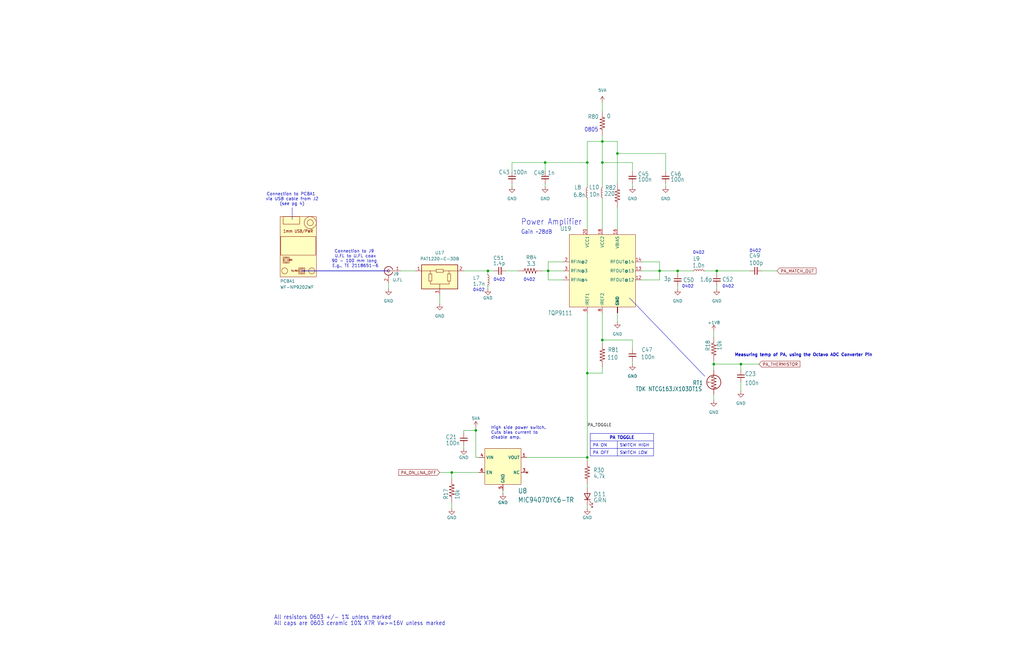
<source format=kicad_sch>
(kicad_sch (version 20250114) (generator "eeschema") (generator_version "9.0")
  (paper "B")
  (title_block (title "Oresat Live Card") (date "2025-09-15") (rev "2.1"))
  (lib_symbols
    (symbol "Connector:Conn_Coaxial" (pin_names (offset 1.016) (hide yes))
      (property "Reference" "J" (at 0.254 3.048 0))
      (property "Value" "Conn_Coaxial" (at 2.921 0 90))
      (symbol "Conn_Coaxial_0_1"
        (polyline (pts (xy -2.54 0) (xy -0.508 0)))
        (arc (start 1.778 0) (mid 0.222 -1.8079) (end -1.778 -0.508) (stroke (width 0.254)))
        (arc (start -1.778 0.508) (mid 0.2221 1.8084) (end 1.778 0) (stroke (width 0.254)))
        (circle (center 0 0) (radius 0.508) (stroke (width 0.2032)))
        (polyline (pts (xy 0 -2.54) (xy 0 -1.778)))
      )
      (symbol "Conn_Coaxial_1_1"
        (pin passive line (at -5.08 0 0) (length 2.54) (name "In") (number "1"))
        (pin passive line (at 0 -5.08 90) (length 2.54) (name "Ext") (number "2"))
      )
    )
    (symbol "Device:C_Small" (pin_numbers (hide yes)) (pin_names (offset 0.254) (hide yes))
      (property "Reference" "C" (at 0.254 1.778 0))
      (property "Value" "C_Small" (at 0.254 -2.032 0))
      (symbol "C_Small_0_1"
        (polyline (pts (xy -1.524 0.508) (xy 1.524 0.508)) (stroke (width 0.3048)))
        (polyline (pts (xy -1.524 -0.508) (xy 1.524 -0.508)) (stroke (width 0.3302)))
      )
      (symbol "C_Small_1_1"
        (pin passive line (at 0 2.54 270) (length 2.032) (name "~") (number "1"))
        (pin passive line (at 0 -2.54 90) (length 2.032) (name "~") (number "2"))
      )
    )
    (symbol "Device:LED" (pin_numbers (hide yes)) (pin_names (offset 1.016) (hide yes))
      (property "Reference" "D" (at 0 2.54 0))
      (property "Value" "LED" (at 0 -2.54 0))
      (symbol "LED_0_1"
        (polyline (pts (xy -3.048 -0.762) (xy -4.572 -2.286) (xy -3.81 -2.286) (xy -4.572 -2.286) (xy -4.572 -1.524)))
        (polyline (pts (xy -1.778 -0.762) (xy -3.302 -2.286) (xy -2.54 -2.286) (xy -3.302 -2.286) (xy -3.302 -1.524)))
        (polyline (pts (xy -1.27 0) (xy 1.27 0)))
        (polyline (pts (xy -1.27 -1.27) (xy -1.27 1.27)) (stroke (width 0.254)))
        (polyline (pts (xy 1.27 -1.27) (xy 1.27 1.27) (xy -1.27 0) (xy 1.27 -1.27)) (stroke (width 0.254)))
      )
      (symbol "LED_1_1"
        (pin passive line (at -3.81 0 0) (length 2.54) (name "K") (number "1"))
        (pin passive line (at 3.81 0 180) (length 2.54) (name "A") (number "2"))
      )
    )
    (symbol "Device:L_Small" (pin_numbers (hide yes)) (pin_names (offset 0.254) (hide yes))
      (property "Reference" "L" (at 0.762 1.016 0))
      (property "Value" "L_Small" (at 0.762 -1.016 0))
      (symbol "L_Small_0_1"
        (arc (start 0 2.032) (mid 0.5058 1.524) (end 0 1.016))
        (arc (start 0 1.016) (mid 0.5058 0.508) (end 0 0))
        (arc (start 0 0) (mid 0.5058 -0.508) (end 0 -1.016))
        (arc (start 0 -1.016) (mid 0.5058 -1.524) (end 0 -2.032))
      )
      (symbol "L_Small_1_1"
        (pin passive line (at 0 2.54 270) (length 0.508) (name "~") (number "1"))
        (pin passive line (at 0 -2.54 90) (length 0.508) (name "~") (number "2"))
      )
    )
    (symbol "RF:PAT1220-C-3DB"
      (property "Reference" "U" (at -6.35 6.35 0))
      (property "Value" "PAT1220-C-3DB" (at 5.08 6.35 0))
      (symbol "PAT1220-C-3DB_0_1"
        (rectangle (start -7.62 5.08) (end 7.62 -5.08) (stroke (width 0.254)) (fill (type background)))
        (polyline (pts (xy -3.937 1.27) (xy -3.937 2.54)))
        (polyline (pts (xy -3.937 -3.048) (xy 3.937 -3.048)))
        (polyline (pts (xy -1.524 2.54) (xy -7.62 2.54)))
        (polyline (pts (xy 0 -5.08) (xy 0 -3.048)))
        (polyline (pts (xy 3.937 1.27) (xy 3.937 2.54)))
        (pin passive line (at 0 -7.62 90) (length 2.54) (name "~") (number "3"))
      )
      (symbol "PAT1220-C-3DB_1_1"
        (rectangle (start -4.572 -1.778) (end -3.302 1.27))
        (polyline (pts (xy -3.937 -3.048) (xy -3.937 -1.778)))
        (rectangle (start -1.524 3.175) (end 1.524 1.905))
        (rectangle (start 3.302 -1.778) (end 4.572 1.27))
        (polyline (pts (xy 3.937 -3.048) (xy 3.937 -1.778)))
        (polyline (pts (xy 7.62 2.54) (xy 1.524 2.54)))
        (pin passive line (at -10.16 2.54 0) (length 2.54) (name "~") (number "1"))
        (pin passive line (at 10.16 2.54 180) (length 2.54) (name "~") (number "2"))
      )
    )
    (symbol "oresat-ics:MIC94090YC6-TR"
      (property "Reference" "U8" (at 7.62 -12.7 0))
      (property "Value" "MIC94090YC6-TR" (at 27.94 -16.51 0))
      (symbol "MIC94090YC6-TR_1_0"
        (pin power_in line (at -10.16 3.81 0) (length 2.54) (name "VIN") (number "4"))
        (pin input line (at -10.16 -2.54 0) (length 2.54) (name "EN") (number "6"))
        (pin power_in line (at 0 -10.16 90) (length 2.54) (hide yes) (name "GND") (number "2"))
        (pin power_in line (at 0 -10.16 90) (length 2.54) (name "GND") (number "5"))
        (pin output line (at 10.16 3.81 180) (length 2.54) (name "VOUT") (number "1"))
      )
      (symbol "MIC94090YC6-TR_1_1"
        (rectangle (start -7.62 7.62) (end 7.62 -7.62) (fill (type background)))
        (pin no_connect line (at 10.16 -2.54 180) (length 2.54) (name "NC") (number "3"))
      )
    )
    (symbol "oresat-ics:TQP9111"
      (property "Reference" "U19" (at -17.78 17.78 0))
      (property "Value" "TQP9111" (at -22.86 -17.78 0))
      (symbol "TQP9111_1_0"
        (pin input line (at -16.51 3.81 0) (length 2.54) (name "RFIN@2") (number "2"))
        (pin input line (at -16.51 0 0) (length 2.54) (name "RFIN@3") (number "3"))
        (pin input line (at -16.51 -3.81 0) (length 2.54) (name "RFIN@4") (number "4"))
        (pin power_in line (at -6.35 17.78 270) (length 2.54) (name "VCC1") (number "20"))
        (pin passive line (at -6.35 -17.78 90) (length 2.54) (name "IREF1") (number "6"))
        (pin power_in line (at 0 17.78 270) (length 2.54) (name "VCC2") (number "18"))
        (pin passive line (at 0 -17.78 90) (length 2.54) (name "IREF2") (number "8"))
        (pin power_in line (at 6.35 17.78 270) (length 2.54) (name "VBIAS") (number "16"))
        (pin power_in line (at 6.35 -17.78 90) (length 2.54) (name "GND") (number "1"))
        (pin power_in line (at 6.35 -17.78 90) (length 2.54) (name "GND") (number "10"))
        (pin power_in line (at 6.35 -17.78 90) (length 2.54) (name "GND") (number "11"))
        (pin power_in line (at 6.35 -17.78 90) (length 2.54) (name "GND") (number "15"))
        (pin power_in line (at 6.35 -17.78 90) (length 2.54) (name "GND") (number "17"))
        (pin power_in line (at 6.35 -17.78 90) (length 2.54) (name "GND") (number "19"))
        (pin power_in line (at 6.35 -17.78 90) (length 2.54) (name "GND") (number "21"))
        (pin power_in line (at 6.35 -17.78 90) (length 2.54) (name "GND") (number "5"))
        (pin power_in line (at 6.35 -17.78 90) (length 2.54) (name "GND") (number "7"))
        (pin power_in line (at 6.35 -17.78 90) (length 2.54) (name "GND") (number "9"))
        (pin output line (at 16.51 3.81 180) (length 2.54) (name "RFOUT@14") (number "14"))
        (pin output line (at 16.51 0 180) (length 2.54) (name "RFOUT@13") (number "13"))
        (pin output line (at 16.51 -3.81 180) (length 2.54) (name "RFOUT@12") (number "12"))
      )
      (symbol "TQP9111_1_1"
        (rectangle (start -13.97 15.24) (end 13.97 -15.24) (fill (type background)))
      )
    )
    (symbol "oresat-passives:R-US"
      (property "Reference" "R" (at 0 2.54 0))
      (symbol "R-US_1_0"
        (polyline (pts (xy -2.54 0) (xy -2.159 1.016)) (stroke (width 0.2032)))
        (polyline (pts (xy -2.159 1.016) (xy -1.524 -1.016)) (stroke (width 0.2032)))
        (polyline (pts (xy -1.524 -1.016) (xy -0.889 1.016)) (stroke (width 0.2032)))
        (polyline (pts (xy -0.889 1.016) (xy -0.254 -1.016)) (stroke (width 0.2032)))
        (polyline (pts (xy -0.254 -1.016) (xy 0.381 1.016)) (stroke (width 0.2032)))
        (polyline (pts (xy 0.381 1.016) (xy 1.016 -1.016)) (stroke (width 0.2032)))
        (polyline (pts (xy 1.016 -1.016) (xy 1.651 1.016)) (stroke (width 0.2032)))
        (polyline (pts (xy 1.651 1.016) (xy 2.286 -1.016)) (stroke (width 0.2032)))
        (polyline (pts (xy 2.286 -1.016) (xy 2.54 0)) (stroke (width 0.2032)))
        (pin passive line (at -5.08 0 0) (length 2.54) (name "1") (number "1"))
        (pin passive line (at 5.08 0 180) (length 2.54) (name "2") (number "2"))
      )
    )
    (symbol "oresat-passives:THERMISTOR"
      (property "Reference" "RT1" (at 1.27 8.89 90))
      (property "Value" "TDK NTCG163JX103DT1S" (at 3.81 33.02 90))
      (symbol "THERMISTOR_1_0"
        (polyline (pts (xy -2.54 0) (xy -2.159 1.016)) (stroke (width 0.2032)))
        (polyline (pts (xy -2.159 1.016) (xy -1.524 -1.016)) (stroke (width 0.2032)))
        (polyline (pts (xy -1.524 -1.016) (xy -0.889 1.016)) (stroke (width 0.2032)))
        (polyline (pts (xy -0.889 1.016) (xy -0.254 -1.016)) (stroke (width 0.2032)))
        (polyline (pts (xy -0.254 -1.016) (xy 0.381 1.016)) (stroke (width 0.2032)))
        (circle (center 0 0) (radius 2.9729) (stroke (width 0.254)))
        (polyline (pts (xy 0.381 1.016) (xy 1.016 -1.016)) (stroke (width 0.2032)))
        (polyline (pts (xy 1.016 -1.016) (xy 1.651 1.016)) (stroke (width 0.2032)))
        (polyline (pts (xy 1.651 1.016) (xy 2.286 -1.016)) (stroke (width 0.2032)))
        (polyline (pts (xy 2.286 -1.016) (xy 2.54 0)) (stroke (width 0.2032)))
        (text "T" (at -0.508 1.016 0) (effects (font (size 1.27 1.0795)) (justify left bottom)))
        (pin passive line (at -5.08 0 0) (length 2.54) (name "1") (number "1"))
        (pin passive line (at 5.08 0 180) (length 2.54) (name "2") (number "2"))
      )
    )
    (symbol "oresat-pcbs:WF-NP9202WF"
      (property "Reference" "PCBA" (at 2.54 -13.462 0))
      (property "Value" "WF-NP9202WF" (at 2.794 -15.494 0))
      (symbol "WF-NP9202WF_0_1"
        (rectangle (start -7.366 5.588) (end 7.366 -2.286))
        (rectangle (start -6.35 13.97) (end 0.635 10.795))
        (rectangle (start -6.35 -3.048) (end -3.81 -5.588))
        (circle (center -5.715 -8.89) (radius 1.27))
        (rectangle (start 0.254 -7.62) (end 2.794 -10.16))
        (circle (center 5.08 11.43) (radius 1.27))
        (circle (center 5.08 11.43) (radius 2.54))
        (circle (center 5.715 -8.89) (radius 1.27))
      )
      (symbol "WF-NP9202WF_1_0"
        (circle (center -5.08 -4.318) (radius 0.568) (stroke (width 0.1524)))
        (circle (center -5.08 -4.318) (radius 1.0473) (stroke (width 0.1524)))
        (circle (center 1.524 -8.89) (radius 0.568) (stroke (width 0.1524)))
        (circle (center 1.524 -8.89) (radius 1.0473) (stroke (width 0.1524)))
        (text "1mm USB/PWR" (at -6.35 7.112 0) (effects (font (size 1.27 1.0795)) (justify left bottom)))
      )
      (symbol "WF-NP9202WF_1_1"
        (rectangle (start -7.62 13.97) (end 7.62 -11.43) (fill (type background)))
        (text "RX" (at -3.048 -4.318 0) (effects (font (size 0.635 0.635))))
        (text "TX/RX" (at -1.524 -8.89 0) (effects (font (size 0.635 0.635))))
      )
    )
    (symbol "oresat-power:5VA" (power) (pin_names (offset 0))
      (property "Value" "5VA" (at 0 3.556 0))
      (symbol "5VA_0_1"
        (polyline (pts (xy -0.762 1.27) (xy 0 2.54)))
        (polyline (pts (xy 0 2.54) (xy 0.762 1.27)))
        (polyline (pts (xy 0 0) (xy 0 2.54)))
      )
      (symbol "5VA_1_1"
        (pin power_in line (at 0 0 90) (length 0) (hide yes) (name "5VA") (number "1"))
      )
    )
    (symbol "power:+1V8" (power) (pin_numbers (hide yes)) (pin_names (offset 0) (hide yes))
      (property "Value" "+1V8" (at 0 3.556 0))
      (symbol "+1V8_0_1"
        (polyline (pts (xy -0.762 1.27) (xy 0 2.54)))
        (polyline (pts (xy 0 2.54) (xy 0.762 1.27)))
        (polyline (pts (xy 0 0) (xy 0 2.54)))
      )
      (symbol "+1V8_1_1"
        (pin power_in line (at 0 0 90) (length 0) (name "~") (number "1"))
      )
    )
    (symbol "power:GND" (power) (pin_numbers (hide yes)) (pin_names (offset 0) (hide yes))
      (property "Value" "GND" (at 0 -3.81 0))
      (symbol "GND_0_1"
        (polyline (pts (xy 0 0) (xy 0 -1.27) (xy 1.27 -1.27) (xy 0 -2.54) (xy -1.27 -1.27) (xy 0 -1.27)))
      )
      (symbol "GND_1_1"
        (pin power_in line (at 0 0 270) (length 0) (name "~") (number "1"))
      )
    )
  )
  (text "Connection to PCBA1 \nvia USB cable from J2\n(see pg 4)\n\n" (at 123.19 88.9 0) (effects (font (size 1.27 1.27)) (justify bottom)))
  (text "0402\n" (at 315.976 106.68 0) (effects (font (size 1.27 1.27)) (justify left bottom)))
  (text "High side power switch.\nCuts bias current to \ndisable amp." (at 207.01 185.42 0) (effects (font (size 1.27 1.27)) (justify left bottom)))
  (text "0402\n" (at 292.1 107.442 0) (effects (font (size 1.27 1.27)) (justify left bottom)))
  (text "0402\n" (at 199.39 123.19 0) (effects (font (size 1.27 1.27)) (justify left bottom)))
  (text "Connection to J9 \nU.FL to U.FL coax\n90 - 100 mm long \nE.g., TE 2118651-6" (at 149.86 113.03 0) (effects (font (size 1.27 1.27)) (justify bottom)))
  (text "Gain ~28dB" (at 219.71 99.06 0) (effects (font (size 1.778 1.5113)) (justify left bottom)))
  (text "0805" (at 246.38 55.88 0) (effects (font (size 1.778 1.5113)) (justify left bottom)))
  (text "All caps are 0603 ceramic 10% X7R Vw>=16V unless marked" (at 115.57 264.16 0) (effects (font (size 1.778 1.5113)) (justify left bottom)))
  (text "Measuring temp of PA, using the Octavo ADC Converter Pin" (at 338.836 149.86 0) (effects (font (size 1.27 1.27) (thickness 0.254) (bold yes))))
  (text "All resistors 0603 +/- 1% unless marked" (at 115.57 261.62 0) (effects (font (size 1.778 1.5113)) (justify left bottom)))
  (text "0402\n" (at 208.026 118.872 0) (effects (font (size 1.27 1.27)) (justify left bottom)))
  (text "0402\n" (at 304.546 121.666 0) (effects (font (size 1.27 1.27)) (justify left bottom)))
  (text "Power Amplifier" (at 219.71 95.25 0) (effects (font (size 2.54 2.159)) (justify left bottom)))
  (text "0402\n" (at 287.528 121.666 0) (effects (font (size 1.27 1.27)) (justify left bottom)))
  (text "0402\n" (at 220.726 118.872 0) (effects (font (size 1.27 1.27)) (justify left bottom)))
  (junction (at 190.5 199.39))
  (junction (at 278.13 114.3))
  (junction (at 312.42 153.67))
  (junction (at 247.65 193.04))
  (junction (at 285.75 114.3))
  (junction (at 205.74 114.3))
  (junction (at 200.66 181.61))
  (junction (at 247.65 157.48))
  (junction (at 254 68.58))
  (junction (at 254 59.69))
  (junction (at 229.87 68.58))
  (junction (at 247.65 68.58))
  (junction (at 302.26 114.3))
  (junction (at 231.14 114.3))
  (junction (at 260.35 64.77))
  (junction (at 300.99 153.67))
  (junction (at 254 143.51))
  (wire (pts (xy 247.65 83.82) (xy 247.65 96.52)))
  (wire (pts (xy 266.7 68.58) (xy 254 68.58)))
  (wire (pts (xy 237.49 114.3) (xy 231.14 114.3)))
  (wire (pts (xy 278.13 114.3) (xy 285.75 114.3)))
  (wire (pts (xy 254 46.99) (xy 254 43.18)))
  (wire (pts (xy 247.65 68.58) (xy 247.65 78.74)))
  (wire (pts (xy 247.65 59.69) (xy 254 59.69)))
  (wire (pts (xy 254 57.15) (xy 254 59.69)))
  (wire (pts (xy 247.65 193.04) (xy 247.65 194.31)))
  (wire (pts (xy 321.31 114.3) (xy 327.66 114.3)))
  (wire (pts (xy 231.14 114.3) (xy 228.6 114.3)))
  (wire (pts (xy 270.51 114.3) (xy 278.13 114.3)))
  (wire (pts (xy 205.74 120.65) (xy 205.74 121.92)))
  (wire (pts (xy 278.13 114.3) (xy 278.13 118.11)))
  (wire (pts (xy 312.42 153.67) (xy 312.42 156.21)))
  (wire (pts (xy 300.99 152.4) (xy 300.99 153.67)))
  (wire (pts (xy 195.58 187.96) (xy 195.58 189.23)))
  (wire (pts (xy 229.87 72.39) (xy 229.87 68.58)))
  (wire (pts (xy 270.51 110.49) (xy 278.13 110.49)))
  (wire (pts (xy 163.83 119.38) (xy 163.83 121.92)))
  (wire (pts (xy 266.7 143.51) (xy 266.7 147.32)))
  (wire (pts (xy 302.26 114.3) (xy 316.23 114.3)))
  (wire (pts (xy 205.74 114.3) (xy 208.28 114.3)))
  (wire (pts (xy 297.18 114.3) (xy 302.26 114.3)))
  (wire (pts (xy 231.14 118.11) (xy 237.49 118.11)))
  (wire (pts (xy 254 68.58) (xy 254 59.69)))
  (wire (pts (xy 285.75 121.92) (xy 285.75 120.65)))
  (wire (pts (xy 266.7 77.47) (xy 266.7 78.74)))
  (wire (pts (xy 300.99 166.37) (xy 300.99 168.91)))
  (wire (pts (xy 229.87 78.74) (xy 229.87 77.47)))
  (wire (pts (xy 280.67 64.77) (xy 260.35 64.77)))
  (wire (pts (xy 300.99 153.67) (xy 300.99 156.21)))
  (polyline (pts (xy 123.19 87.63) (xy 123.19 92.71)))
  (wire (pts (xy 190.5 212.09) (xy 190.5 214.63)))
  (wire (pts (xy 237.49 110.49) (xy 231.14 110.49)))
  (wire (pts (xy 254 154.94) (xy 254 157.48)))
  (wire (pts (xy 185.42 199.39) (xy 190.5 199.39)))
  (wire (pts (xy 280.67 77.47) (xy 280.67 78.74)))
  (wire (pts (xy 215.9 72.39) (xy 215.9 68.58)))
  (polyline (pts (xy 127 114.3) (xy 163.83 114.3)) (stroke (width 0.254) (type solid)))
  (wire (pts (xy 213.36 114.3) (xy 218.44 114.3)))
  (wire (pts (xy 254 143.51) (xy 254 144.78)))
  (wire (pts (xy 205.74 114.3) (xy 205.74 115.57)))
  (wire (pts (xy 247.65 204.47) (xy 247.65 205.74)))
  (wire (pts (xy 302.26 115.57) (xy 302.26 114.3)))
  (wire (pts (xy 302.26 120.65) (xy 302.26 121.92)))
  (wire (pts (xy 231.14 114.3) (xy 231.14 118.11)))
  (wire (pts (xy 278.13 110.49) (xy 278.13 114.3)))
  (wire (pts (xy 285.75 114.3) (xy 292.1 114.3)))
  (wire (pts (xy 231.14 110.49) (xy 231.14 114.3)))
  (wire (pts (xy 222.25 193.04) (xy 247.65 193.04)))
  (wire (pts (xy 254 83.82) (xy 254 96.52)))
  (wire (pts (xy 215.9 77.47) (xy 215.9 78.74)))
  (wire (pts (xy 185.42 124.46) (xy 185.42 128.27)))
  (wire (pts (xy 200.66 193.04) (xy 201.93 193.04)))
  (wire (pts (xy 195.58 114.3) (xy 205.74 114.3)))
  (wire (pts (xy 285.75 115.57) (xy 285.75 114.3)))
  (wire (pts (xy 300.99 139.7) (xy 300.99 142.24)))
  (wire (pts (xy 254 143.51) (xy 266.7 143.51)))
  (wire (pts (xy 247.65 59.69) (xy 247.65 68.58)))
  (wire (pts (xy 300.99 153.67) (xy 312.42 153.67)))
  (wire (pts (xy 260.35 77.47) (xy 260.35 64.77)))
  (wire (pts (xy 247.65 132.08) (xy 247.65 157.48)))
  (wire (pts (xy 195.58 182.88) (xy 195.58 181.61)))
  (wire (pts (xy 254 157.48) (xy 247.65 157.48)))
  (wire (pts (xy 260.35 64.77) (xy 260.35 59.69)))
  (wire (pts (xy 280.67 72.39) (xy 280.67 64.77)))
  (wire (pts (xy 266.7 152.4) (xy 266.7 153.67)))
  (wire (pts (xy 200.66 181.61) (xy 200.66 193.04)))
  (wire (pts (xy 247.65 213.36) (xy 247.65 214.63)))
  (wire (pts (xy 212.09 207.01) (xy 212.09 208.28)))
  (wire (pts (xy 260.35 132.08) (xy 260.35 135.89)))
  (wire (pts (xy 278.13 118.11) (xy 270.51 118.11)))
  (polyline (pts (xy 265.43 125.73) (xy 297.18 158.75)))
  (wire (pts (xy 247.65 157.48) (xy 247.65 193.04)))
  (wire (pts (xy 254 68.58) (xy 254 78.74)))
  (wire (pts (xy 312.42 161.29) (xy 312.42 165.1)))
  (wire (pts (xy 260.35 87.63) (xy 260.35 96.52)))
  (wire (pts (xy 168.91 114.3) (xy 175.26 114.3)))
  (wire (pts (xy 254 132.08) (xy 254 143.51)))
  (wire (pts (xy 312.42 153.67) (xy 320.04 153.67)))
  (wire (pts (xy 215.9 68.58) (xy 229.87 68.58)))
  (wire (pts (xy 266.7 72.39) (xy 266.7 68.58)))
  (wire (pts (xy 229.87 68.58) (xy 247.65 68.58)))
  (wire (pts (xy 195.58 181.61) (xy 200.66 181.61)))
  (wire (pts (xy 190.5 199.39) (xy 201.93 199.39)))
  (wire (pts (xy 254 59.69) (xy 260.35 59.69)))
  (wire (pts (xy 200.66 181.61) (xy 200.66 180.34)))
  (wire (pts (xy 190.5 199.39) (xy 190.5 201.93)))
  (table (column_count 2) (border (external yes) (header yes)) (separators (rows yes) (cols yes)) (column_widths 11.43 15.24) (row_heights 3.175 3.175 3.175) (cells (table_cell "PA TOGGLE" (at 248.92 182.88 0) (size 26.67 3.175) (margins 0.9525 0.9525 0.9525 0.9525) (span 2 1)) (table_cell "rgb(240, 240, 240)" (at 260.35 182.88 0) (size 15.24 3.175) (margins 0.9525 0.9525 0.9525 0.9525) (span 0 0)) (table_cell "PA ON" (at 248.92 186.055 0) (size 11.43 3.175) (margins 0.9525 0.9525 0.9525 0.9525) (span 1 1)) (table_cell "SWITCH HIGH" (at 260.35 186.055 0) (size 15.24 3.175) (margins 0.9525 0.9525 0.9525 0.9525) (span 1 1)) (table_cell "PA OFF" (at 248.92 189.23 0) (size 11.43 3.175) (margins 0.9525 0.9525 0.9525 0.9525) (span 1 1)) (table_cell "SWITCH LOW" (at 260.35 189.23 0) (size 15.24 3.175) (margins 0.9525 0.9525 0.9525 0.9525) (span 1 1))))
  (label "PA_TOGGLE" (at 247.65 180.34 0) (effects (font (size 1.2446 1.2446))))
  (global_label "PA_THERMISTOR" (shape input) (at 320.04 153.67 0) (property "Intersheetrefs" "${INTERSHEET_REFS}" (at 337.9023 153.67 0) (effects (font (size 0.889 0.889)) (justify left))))
  (global_label "PA_ON_LNA_OFF" (shape input) (at 185.42 199.39 180) (property "Intersheetrefs" "${INTERSHEET_REFS}" (at 167.5575 199.39 0) (effects (font (size 0.889 0.889)) (justify right))))
  (global_label "PA_MATCH_OUT" (shape input) (at 327.66 114.3 0) (property "Intersheetrefs" "${INTERSHEET_REFS}" (at 344.6757 114.3 0) (effects (font (size 0.889 0.889)) (justify left))))
  (symbol (lib_id "RF:PAT1220-C-3DB") (at 185.42 116.84 0) (unit 1)
    (property "Reference" "U17" (at 185.42 106.68 0))
    (property "Value" "PAT1220-C-3DB" (at 185.42 109.22 0))
    (property "Footprint" "RF_Converter:RF_Attenuator_Susumu_PAT1220" (effects (hide yes)))
    (property "Datasheet" "https://www.susumu.co.jp/common/pdf/n_catalog_partition16_en.pdf" (effects (hide yes)))
    (property "Description" "RF ATTENUATOR 3DB 50OHM 0805" (effects (hide yes)))
    (property "DPN" "PAT123CT-ND " (effects (hide yes)))
    (property "MFR" "Susumu " (effects (hide yes)))
    (property "MPN" "PAT1220-C-3DB-T5 " (effects (hide yes)))
    (property "DIS" "DigiKey" (effects (hide yes)))
  )
  (symbol (lib_id "Device:C_Small") (at 210.82 114.3 90) (unit 1)
    (property "Reference" "C51" (at 212.598 107.95 90) (effects (font (size 1.5113 1.5113)) (justify left bottom)))
    (property "Value" "1.4p" (at 213.106 110.236 90) (effects (font (size 1.5113 1.5113)) (justify left bottom)))
    (property "Footprint" "Resistor_SMD:R_0402_1005Metric" (effects (hide yes)))
    (property "Description" "CAP 50V 1.4pF .02pFTol ThinFilm 0402" (effects (hide yes)))
    (property "MPN" "04025J1R1PBSTR\\500" (effects (hide yes)))
    (property "DPN" "581-04025J1R4PBSTR5" (effects (hide yes)))
    (property "MFR" "KYOCERA AVX " (effects (hide yes)))
  )
  (symbol (lib_id "power:GND") (at 215.9 78.74 0) (unit 1)
    (property "Reference" "#PWR84" (effects (hide yes)))
    (property "Value" "GND" (at 215.9 83.82 0))
    (property "Description" "Power symbol creates a global label with name \"GND\" , ground" (effects (hide yes)))
  )
  (symbol (lib_id "oresat-passives:R-US") (at 247.65 199.39 270) (unit 1)
    (property "Reference" "R30" (at 250.19 199.39 90) (effects (font (size 1.778 1.5113)) (justify left bottom)))
    (property "Value" "4.7k" (at 250.19 201.93 90) (effects (font (size 1.778 1.5113)) (justify left bottom)))
    (property "Footprint" "Resistor_SMD:R_0603_1608Metric" (effects (hide yes)))
    (property "Description" "RES SMD 4.7K OHM 1% 1/10W 0603" (effects (hide yes)))
    (property "MPN" "ERJ-3EKF4701V" (effects (hide yes)))
    (property "DPN" "ERJ-3EKF4701V" (effects (hide yes)))
    (property "MFR" "Panasonic " (effects (hide yes)))
    (property "DIS" "DigiKey" (effects (hide yes)))
  )
  (symbol (lib_id "oresat-passives:R-US") (at 300.99 147.32 90) (mirror x) (unit 1)
    (property "Reference" "R18" (at 299.4914 143.51 0) (effects (font (size 1.778 1.5113)) (justify left bottom)))
    (property "Value" "10k" (at 304.292 143.51 0) (effects (font (size 1.778 1.5113)) (justify left bottom)))
    (property "Footprint" "Resistor_SMD:R_0603_1608Metric" (effects (hide yes)))
    (property "Description" "RES SMD 10K OHM 1% 1/10W 0603" (effects (hide yes)))
    (property "MPN" "ERJ-3EKF1002V" (effects (hide yes)))
    (property "DPN" "P10.0KHCT-ND " (effects (hide yes)))
    (property "MFR" "Panasonic " (effects (hide yes)))
    (property "DIS" "DigiKey" (effects (hide yes)))
  )
  (symbol (lib_id "power:GND") (at 185.42 128.27 0) (unit 1)
    (property "Reference" "#PWR82" (effects (hide yes)))
    (property "Value" "GND" (at 185.42 133.35 0))
    (property "Description" "Power symbol creates a global label with name \"GND\" , ground" (effects (hide yes)))
  )
  (symbol (lib_id "Device:C_Small") (at 266.7 74.93 0) (unit 1)
    (property "Reference" "C45" (at 268.986 74.422 0) (effects (font (size 1.778 1.5113)) (justify left bottom)))
    (property "Value" "100n" (at 268.986 76.708 0) (effects (font (size 1.778 1.5113)) (justify left bottom)))
    (property "Footprint" "Resistor_SMD:R_0603_1608Metric" (effects (hide yes)))
    (property "Description" "CAP CER 0.1UF 25V X7R 0603" (effects (hide yes)))
    (property "MPN" "CGA3E2X7R1E104K080AA " (effects (hide yes)))
    (property "DPN" "445-5667-1-ND " (effects (hide yes)))
    (property "MFR" "TDK Corporation " (effects (hide yes)))
    (property "DIS" "DigiKey" (effects (hide yes)))
  )
  (symbol (lib_id "Device:C_Small") (at 215.9 74.93 0) (unit 1)
    (property "Reference" "C43" (at 210.312 73.66 0) (effects (font (size 1.778 1.5113)) (justify left bottom)))
    (property "Value" "100n" (at 216.408 73.66 0) (effects (font (size 1.778 1.5113)) (justify left bottom)))
    (property "Footprint" "Resistor_SMD:R_0402_1005Metric" (effects (hide yes)))
    (property "Description" "CAP CER 0.1UF 25V X7R 0603" (effects (hide yes)))
    (property "MPN" "CGA3E2X7R1E104K080AA " (effects (hide yes)))
    (property "DPN" "445-5667-1-ND " (effects (hide yes)))
    (property "MFR" "TDK Corporation " (effects (hide yes)))
    (property "DIS" "DigiKey" (effects (hide yes)))
  )
  (symbol (lib_id "Device:C_Small") (at 285.75 118.11 0) (unit 1)
    (property "Reference" "C50" (at 288.036 119.126 0) (effects (font (size 1.778 1.5113)) (justify left bottom)))
    (property "Value" "3p" (at 279.908 118.618 0) (effects (font (size 1.778 1.5113)) (justify left bottom)))
    (property "Footprint" "Resistor_SMD:R_0402_1005Metric" (effects (hide yes)))
    (property "Description" "CAP CER 3PF 50V NP0 0402" (effects (hide yes)))
    (property "MPN" "04025U3R0BAT2A " (effects (hide yes)))
    (property "DPN" "581-04025U3R0BAT2A" (effects (hide yes)))
    (property "MFR" "KYOCERA AVX " (effects (hide yes)))
  )
  (symbol (lib_id "power:GND") (at 300.99 168.91 0) (unit 1)
    (property "Reference" "#PWR91" (effects (hide yes)))
    (property "Value" "GND" (at 300.99 173.99 0))
    (property "Description" "Power symbol creates a global label with name \"GND\" , ground" (effects (hide yes)))
  )
  (symbol (lib_id "power:GND") (at 312.42 165.1 0) (unit 1)
    (property "Reference" "#PWR92" (effects (hide yes)))
    (property "Value" "GND" (at 312.42 170.18 0))
    (property "Description" "Power symbol creates a global label with name \"GND\" , ground" (effects (hide yes)))
  )
  (symbol (lib_id "Device:C_Small") (at 312.42 158.75 0) (mirror y) (unit 1)
    (property "Reference" "C23" (at 318.77 158.75 0) (effects (font (size 1.778 1.5113)) (justify left bottom)))
    (property "Value" "100n" (at 320.04 162.56 0) (effects (font (size 1.778 1.5113)) (justify left bottom)))
    (property "Footprint" "Resistor_SMD:R_0603_1608Metric" (effects (hide yes)))
    (property "Description" "CAP CER 0.1UF 25V X7R 0603" (effects (hide yes)))
    (property "MPN" "CGA3E2X7R1E104K080AA " (effects (hide yes)))
    (property "DPN" "445-5667-1-ND " (effects (hide yes)))
    (property "MFR" "TDK Corporation " (effects (hide yes)))
    (property "DIS" "DigiKey" (effects (hide yes)))
  )
  (symbol (lib_id "Device:C_Small") (at 266.7 149.86 0) (unit 1)
    (property "Reference" "C47" (at 270.51 148.59 0) (effects (font (size 1.778 1.5113)) (justify left bottom)))
    (property "Value" "100n" (at 270.256 151.638 0) (effects (font (size 1.778 1.5113)) (justify left bottom)))
    (property "Footprint" "Capacitor_SMD:C_0402_1005Metric" (effects (hide yes)))
    (property "Description" "CAP CER 0.1UF 25V X7R 0603" (effects (hide yes)))
    (property "MPN" "CGA3E2X7R1E104K080AA " (effects (hide yes)))
    (property "DPN" "445-5667-1-ND " (effects (hide yes)))
    (property "MFR" "TDK Corporation " (effects (hide yes)))
    (property "DIS" "DigiKey" (effects (hide yes)))
  )
  (symbol (lib_id "power:GND") (at 302.26 121.92 0) (unit 1)
    (property "Reference" "#PWR88" (effects (hide yes)))
    (property "Value" "GND" (at 302.26 127 0))
    (property "Description" "Power symbol creates a global label with name \"GND\" , ground" (effects (hide yes)))
  )
  (symbol (lib_id "oresat-passives:R-US") (at 190.5 207.01 90) (unit 1)
    (property "Reference" "R17" (at 189.0014 210.82 0) (effects (font (size 1.778 1.5113)) (justify left bottom)))
    (property "Value" "10k" (at 193.802 210.82 0) (effects (font (size 1.778 1.5113)) (justify left bottom)))
    (property "Footprint" "Resistor_SMD:R_0603_1608Metric" (effects (hide yes)))
    (property "Description" "RES SMD 10K OHM 1% 1/10W 0603" (effects (hide yes)))
    (property "MPN" "ERJ-3EKF1002V" (effects (hide yes)))
    (property "DPN" "P10.0KHCT-ND " (effects (hide yes)))
    (property "MFR" "Panasonic " (effects (hide yes)))
    (property "DIS" "DigiKey" (effects (hide yes)))
  )
  (symbol (lib_id "Device:C_Small") (at 229.87 74.93 0) (unit 1)
    (property "Reference" "C48" (at 225.044 73.914 0) (effects (font (size 1.778 1.5113)) (justify left bottom)))
    (property "Value" "1n" (at 230.886 73.914 0) (effects (font (size 1.778 1.5113)) (justify left bottom)))
    (property "Footprint" "Resistor_SMD:R_0402_1005Metric" (effects (hide yes)))
    (property "Description" "CAP CER 1000PF 50V NP0 0402" (effects (hide yes)))
    (property "MPN" "CGA2B2NP01H102J050BA " (effects (hide yes)))
    (property "DPN" "445-12118-1-ND " (effects (hide yes)))
    (property "MFR" "TDK Corporation " (effects (hide yes)))
    (property "DIS" "DigiKey" (effects (hide yes)))
  )
  (symbol (lib_id "Device:L_Small") (at 205.74 118.11 0) (mirror x) (unit 1)
    (property "Reference" "L7" (at 199.39 118.11 0) (effects (font (size 1.5113 1.5113)) (justify left top)))
    (property "Value" "1.7n" (at 199.39 120.65 0) (effects (font (size 1.5113 1.5113)) (justify left top)))
    (property "Footprint" "Resistor_SMD:R_0402_1005Metric" (effects (hide yes)))
    (property "Description" "1.7nH RF Inductor, ceramic core, 5% tol" (effects (hide yes)))
    (property "MPN" "0402DC-1N7XJRU" (effects (hide yes)))
    (property "DPN" "994-0402DC-1N7XJRW" (effects (hide yes)))
    (property "MFR" "Coilcraft " (effects (hide yes)))
  )
  (symbol (lib_id "Device:LED") (at 247.65 209.55 90) (unit 1)
    (property "Reference" "D11" (at 250.19 209.55 90) (effects (font (size 1.778 1.778)) (justify right top)))
    (property "Value" "GRN" (at 250.19 212.09 90) (effects (font (size 1.778 1.778)) (justify right top)))
    (property "Footprint" "oresat-live-card:LED-0603" (effects (hide yes)))
    (property "Description" "Green 525nm LED 3.2V 0603" (effects (hide yes)))
    (property "MPN" "150060GS75020" (effects (hide yes)))
    (property "DPN" "732-150060GS75020CT-ND " (effects (hide yes)))
    (property "MFR" "Würth Elektronik " (effects (hide yes)))
    (property "Sim.Pins" "1=K 2=A" (effects (hide yes)))
    (property "DIS" "DigiKey" (effects (hide yes)))
  )
  (symbol (lib_id "power:GND") (at 280.67 78.74 0) (unit 1)
    (property "Reference" "#PWR87" (effects (hide yes)))
    (property "Value" "GND" (at 280.67 83.82 0))
    (property "Description" "Power symbol creates a global label with name \"GND\" , ground" (effects (hide yes)))
  )
  (symbol (lib_id "Device:L_Small") (at 247.65 81.28 180) (unit 1)
    (property "Reference" "L8" (at 245.11 78.105 0) (effects (font (size 1.778 1.5113)) (justify left bottom)))
    (property "Value" "6.8n." (at 247.65 81.28 0) (effects (font (size 1.778 1.5113)) (justify left bottom)))
    (property "Footprint" "Resistor_SMD:R_0805_2012Metric" (effects (hide yes)))
    (property "Description" "Fixed Inductors 0805CS 6.8 nH 5 % 0.6 A" (effects (hide yes)))
    (property "MPN" "0805CS-060XJLC" (effects (hide yes)))
    (property "DPN" "994-0805CS-060XJLC" (effects (hide yes)))
    (property "MFR" "Coilcraft " (effects (hide yes)))
  )
  (symbol (lib_id "oresat-ics:TQP9111") (at 254 114.3 0) (unit 1)
    (property "Reference" "U19" (at 236.22 96.52 0) (effects (font (size 1.778 1.5113)) (justify left)))
    (property "Value" "TQP9111" (at 231.14 132.08 0) (effects (font (size 1.778 1.5113)) (justify left)))
    (property "Footprint" "oresat-live-card:QFN50P400X400X102-21N" (effects (hide yes)))
    (property "Datasheet" "https://www.mouser.com/datasheet/2/412/QP9111-1500700.pdf" (effects (hide yes)))
    (property "Description" "1800-2700 MHZ, 2 W HIGH GAIN AMP" (effects (hide yes)))
    (property "MPN" "TQP9111" (effects (hide yes)))
    (property "DPN" "2312-TQP9111CT-ND " (effects (hide yes)))
    (property "MFR" "Qorvo " (effects (hide yes)))
    (property "DIS" "DigiKey" (effects (hide yes)))
  )
  (symbol (lib_id "power:GND") (at 205.74 121.92 0) (unit 1)
    (property "Reference" "#PWR83" (effects (hide yes)))
    (property "Value" "GND" (at 205.74 125.73 0))
    (property "Description" "Power symbol creates a global label with name \"GND\" , ground" (effects (hide yes)))
  )
  (symbol (lib_id "Device:C_Small") (at 195.58 185.42 0) (mirror y) (unit 1)
    (property "Reference" "C21" (at 187.96 185.42 0) (effects (font (size 1.778 1.5113)) (justify right bottom)))
    (property "Value" "100n" (at 187.96 187.96 0) (effects (font (size 1.778 1.5113)) (justify right bottom)))
    (property "Footprint" "Resistor_SMD:R_0603_1608Metric" (effects (hide yes)))
    (property "Description" "CAP CER 0.1UF 25V X7R 0603" (effects (hide yes)))
    (property "MPN" "CGA3E2X7R1E104K080AA " (effects (hide yes)))
    (property "DPN" "445-5667-1-ND " (effects (hide yes)))
    (property "MFR" "TDK Corporation " (effects (hide yes)))
    (property "DIS" "DigiKey" (effects (hide yes)))
  )
  (symbol (lib_id "oresat-passives:THERMISTOR") (at 300.99 161.29 90) (mirror x) (unit 1)
    (property "Reference" "RT1" (at 292.1 162.56 90) (effects (font (size 1.778 1.5113)) (justify right bottom)))
    (property "Value" "TDK NTCG163JX103DT1S" (at 267.97 165.1 90) (effects (font (size 1.778 1.5113)) (justify right bottom)))
    (property "Footprint" "oresat-live-card:0603-THERMISTOR-B" (effects (hide yes)))
    (property "Description" "THERMISTOR NTC 10KOHM 3380K 0603" (effects (hide yes)))
    (property "MPN" "NTCG163JX103DT1S" (effects (hide yes)))
    (property "DPN" "445-174518-1-ND " (effects (hide yes)))
    (property "MFR" "TDK Corporation " (effects (hide yes)))
    (property "DIS" "DigiKey" (effects (hide yes)))
  )
  (symbol (lib_id "oresat-passives:R-US") (at 254 149.86 90) (unit 1)
    (property "Reference" "R81" (at 256.3114 148.59 90) (effects (font (size 1.778 1.5113)) (justify right top)))
    (property "Value" "110" (at 260.604 149.86 90) (effects (font (size 1.778 1.5113)) (justify left bottom)))
    (property "Footprint" "Resistor_SMD:R_0402_1005Metric" (effects (hide yes)))
    (property "Description" "RES SMD 110 OHM 1% 1/10W 0402" (effects (hide yes)))
    (property "MPN" "ERJ-2RKF1100X" (effects (hide yes)))
    (property "DPN" "P110LCT-ND " (effects (hide yes)))
    (property "MFR" "Panasonic " (effects (hide yes)))
    (property "DIS" "DigiKey" (effects (hide yes)))
  )
  (symbol (lib_id "power:GND") (at 229.87 78.74 0) (unit 1)
    (property "Reference" "#PWR85" (effects (hide yes)))
    (property "Value" "GND" (at 229.87 83.82 0))
    (property "Description" "Power symbol creates a global label with name \"GND\" , ground" (effects (hide yes)))
  )
  (symbol (lib_id "Device:L_Small") (at 294.64 114.3 90) (unit 1)
    (property "Reference" "L9" (at 295.148 108.204 90) (effects (font (size 1.778 1.5113)) (justify left bottom)))
    (property "Value" "1.0n" (at 297.18 110.998 90) (effects (font (size 1.778 1.5113)) (justify left bottom)))
    (property "Footprint" "Resistor_SMD:R_0402_1005Metric" (effects (hide yes)))
    (property "Description" "FIXED IND 1NH 500MA 100 MOHM SMD" (effects (hide yes)))
    (property "MPN" "MLK1005S1N0ST000" (effects (hide yes)))
    (property "DPN" "445-MLK1005S1N0ST000CT-ND " (effects (hide yes)))
    (property "MFR" "TDK Corporation " (effects (hide yes)))
    (property "DIS" "DigiKey" (effects (hide yes)))
  )
  (symbol (lib_id "power:GND") (at 163.83 121.92 0) (unit 1)
    (property "Reference" "#PWR81" (effects (hide yes)))
    (property "Value" "GND" (at 163.83 127 0))
    (property "Description" "Power symbol creates a global label with name \"GND\" , ground" (effects (hide yes)))
  )
  (symbol (lib_id "power:GND") (at 266.7 78.74 0) (unit 1)
    (property "Reference" "#PWR86" (effects (hide yes)))
    (property "Value" "GND" (at 266.7 83.82 0))
    (property "Description" "Power symbol creates a global label with name \"GND\" , ground" (effects (hide yes)))
  )
  (symbol (lib_id "oresat-power:5VA") (at 200.66 180.34 0) (unit 1)
    (property "Reference" "#5VA01" (effects (hide yes)))
    (property "Value" "5VA" (at 200.66 176.53 0))
  )
  (symbol (lib_id "power:+1V8") (at 300.99 139.7 0) (unit 1)
    (property "Reference" "#1V0101" (effects (hide yes)))
    (property "Value" "+1V8" (at 300.99 136.144 0))
    (property "Description" "Power symbol creates a global label with name \"+1V8\"" (effects (hide yes)))
  )
  (symbol (lib_id "power:GND") (at 247.65 214.63 0) (unit 1)
    (property "Reference" "#PWR93" (effects (hide yes)))
    (property "Value" "GND" (at 247.65 218.44 0))
    (property "Description" "Power symbol creates a global label with name \"GND\" , ground" (effects (hide yes)))
  )
  (symbol (lib_id "power:GND") (at 195.58 189.23 0) (unit 1)
    (property "Reference" "#PWR0190" (effects (hide yes)))
    (property "Value" "GND" (at 195.58 193.04 0))
    (property "Description" "Power symbol creates a global label with name \"GND\" , ground" (effects (hide yes)))
  )
  (symbol (lib_id "Device:C_Small") (at 302.26 118.11 0) (unit 1)
    (property "Reference" "C52" (at 304.546 118.872 0) (effects (font (size 1.778 1.5113)) (justify left bottom)))
    (property "Value" "1.6p" (at 295.148 118.872 0) (effects (font (size 1.778 1.5113)) (justify left bottom)))
    (property "Footprint" "Resistor_SMD:R_0402_1005Metric" (effects (hide yes)))
    (property "Description" "CAP CER 1.6PF 50V NP0 0402" (effects (hide yes)))
    (property "MPN" "04025U1R6BAT2A " (effects (hide yes)))
    (property "DPN" "581-04025U1R6BAT2A" (effects (hide yes)))
    (property "MFR" "KYOCERA AVX " (effects (hide yes)))
  )
  (symbol (lib_id "Device:C_Small") (at 280.67 74.93 0) (unit 1)
    (property "Reference" "C46" (at 282.702 74.422 0) (effects (font (size 1.778 1.5113)) (justify left bottom)))
    (property "Value" "100n" (at 282.702 76.708 0) (effects (font (size 1.778 1.5113)) (justify left bottom)))
    (property "Footprint" "Resistor_SMD:R_0603_1608Metric" (effects (hide yes)))
    (property "Description" "CAP CER 0.1UF 25V X7R 0603" (effects (hide yes)))
    (property "MPN" "CGA3E2X7R1E104K080AA " (effects (hide yes)))
    (property "DPN" "445-5667-1-ND " (effects (hide yes)))
    (property "MFR" "TDK Corporation " (effects (hide yes)))
    (property "DIS" "DigiKey" (effects (hide yes)))
  )
  (symbol (lib_id "oresat-passives:R-US") (at 254 52.07 90) (unit 1)
    (property "Reference" "R80" (at 252.5014 48.26 90) (effects (font (size 1.778 1.5113)) (justify left bottom)))
    (property "Value" "0" (at 257.556 48.006 90) (effects (font (size 1.778 1.5113)) (justify left bottom)))
    (property "Footprint" "Resistor_SMD:R_0805_2012Metric" (effects (hide yes)))
    (property "Description" "RES SMD 0 OHM JUMPER 1/8W 0805" (effects (hide yes)))
    (property "MPN" "ERJ-6GEY0R00V" (effects (hide yes)))
    (property "DPN" "P0.0ACT-ND " (effects (hide yes)))
    (property "MFR" "Panasonic " (effects (hide yes)))
    (property "DIS" "DigiKey" (effects (hide yes)))
  )
  (symbol (lib_id "Device:L_Small") (at 254 81.28 180) (unit 1)
    (property "Reference" "L10" (at 252.73 78.994 0) (effects (font (size 1.778 1.5113)) (justify left)))
    (property "Value" "10n" (at 252.984 82.042 0) (effects (font (size 1.778 1.5113)) (justify left)))
    (property "Footprint" "oresat-live-card:INDC2928X203N" (effects (hide yes)))
    (property "Description" "Fixed Inductors 1008 10nH Unshld 5%" (effects (hide yes)))
    (property "MPN" "1008HQ-10NXJLC " (effects (hide yes)))
    (property "DPN" "1008HQ-10NXJLC " (effects (hide yes)))
    (property "MFR" "Coilcraft " (effects (hide yes)))
    (property "DIS" "DigiKey" (effects (hide yes)))
  )
  (symbol (lib_id "power:GND") (at 266.7 153.67 0) (unit 1)
    (property "Reference" "#PWR90" (effects (hide yes)))
    (property "Value" "GND" (at 266.7 158.75 0))
    (property "Description" "Power symbol creates a global label with name \"GND\" , ground" (effects (hide yes)))
  )
  (symbol (lib_id "Connector:Conn_Coaxial") (at 163.83 114.3 0) (mirror y) (unit 1)
    (property "Reference" "J9" (at 167.005 115.57 0))
    (property "Value" "U.FL" (at 167.64 118.11 0))
    (property "Footprint" "Connector_Coaxial:U.FL_Molex_MCRF_73412-0110_Vertical" (effects (hide yes)))
    (property "Description" "CONN U.FL RCPT STR 50 OHM SMD" (effects (hide yes)))
    (property "DPN" "H11891CT-ND " (effects (hide yes)))
    (property "MFR" "Hirose Electric Co Ltd " (effects (hide yes)))
    (property "MPN" "U.FL-R-SMT-1(10) " (effects (hide yes)))
    (property "DIS" "DigiKey" (effects (hide yes)))
  )
  (symbol (lib_id "power:GND") (at 212.09 208.28 0) (unit 1)
    (property "Reference" "#PWR94" (effects (hide yes)))
    (property "Value" "GND" (at 212.09 212.09 0))
    (property "Description" "Power symbol creates a global label with name \"GND\" , ground" (effects (hide yes)))
  )
  (symbol (lib_id "Device:C_Small") (at 318.77 114.3 90) (unit 1)
    (property "Reference" "C49" (at 320.548 106.934 90) (effects (font (size 1.778 1.5113)) (justify left bottom)))
    (property "Value" "100p" (at 321.818 109.982 90) (effects (font (size 1.778 1.5113)) (justify left bottom)))
    (property "Footprint" "Resistor_SMD:R_0402_1005Metric" (effects (hide yes)))
    (property "Description" "CAP CER 100PF 50V C0G/NP0 0402" (effects (hide yes)))
    (property "MPN" "GCM1555C1H101GA16D " (effects (hide yes)))
    (property "DPN" "490-GCM1555C1H101GA16DCT-ND " (effects (hide yes)))
    (property "MFR" "Murata Electronics" (effects (hide yes)))
    (property "DIS" "DigiKey" (effects (hide yes)))
  )
  (symbol (lib_id "power:GND") (at 260.35 135.89 0) (unit 1)
    (property "Reference" "#PWR109" (effects (hide yes)))
    (property "Value" "GND" (at 260.35 140.97 0))
    (property "Description" "Power symbol creates a global label with name \"GND\" , ground" (effects (hide yes)))
  )
  (symbol (lib_id "power:GND") (at 285.75 121.92 0) (unit 1)
    (property "Reference" "#PWR89" (effects (hide yes)))
    (property "Value" "GND" (at 285.75 127 0))
    (property "Description" "Power symbol creates a global label with name \"GND\" , ground" (effects (hide yes)))
  )
  (symbol (lib_id "oresat-passives:R-US") (at 223.52 114.3 0) (unit 1)
    (property "Reference" "R84" (at 221.742 109.474 0) (effects (font (size 1.5113 1.5113)) (justify left bottom)))
    (property "Value" "3.3" (at 221.996 112.268 0) (effects (font (size 1.778 1.5113)) (justify left bottom)))
    (property "Footprint" "Resistor_SMD:R_0402_1005Metric" (effects (hide yes)))
    (property "Description" "RES SMD 3.3 OHM 1% 1/16W 0402" (effects (hide yes)))
    (property "MPN" "CRCW04023R30FKED" (effects (hide yes)))
    (property "DPN" "541-3.30LLCT-ND " (effects (hide yes)))
    (property "MFR" "Vishay Dale " (effects (hide yes)))
    (property "DIS" "DigiKey" (effects (hide yes)))
  )
  (symbol (lib_id "oresat-passives:R-US") (at 260.35 82.55 90) (unit 1)
    (property "Reference" "R82" (at 259.842 78.232 90) (effects (font (size 1.778 1.5113)) (justify left bottom)))
    (property "Value" "220" (at 259.334 80.772 90) (effects (font (size 1.778 1.5113)) (justify left bottom)))
    (property "Footprint" "Resistor_SMD:R_0603_1608Metric" (effects (hide yes)))
    (property "Description" "RES SMD 220 OHM 1% 1/10W 0603" (effects (hide yes)))
    (property "MPN" "ERJ-3EKF2200V" (effects (hide yes)))
    (property "DPN" "P220HCT-ND " (effects (hide yes)))
    (property "MFR" "Panasonic " (effects (hide yes)))
    (property "DIS" "DigiKey" (effects (hide yes)))
  )
  (symbol (lib_id "power:GND") (at 190.5 214.63 0) (unit 1)
    (property "Reference" "#PWR96" (effects (hide yes)))
    (property "Value" "GND" (at 190.5 218.44 0))
    (property "Description" "Power symbol creates a global label with name \"GND\" , ground" (effects (hide yes)))
  )
  (symbol (lib_id "oresat-pcbs:WF-NP9202WF") (at 125.73 105.41 0) (unit 1)
    (property "Reference" "PCBA1" (at 118.11 119.38 0) (effects (justify left bottom)))
    (property "Value" "WF-NP9202WF" (at 118.11 121.92 0) (effects (justify left bottom)))
    (property "Footprint" "oresat-live-card:WF-NP9202" (effects (hide yes)))
    (property "Datasheet" "N/A" (effects (hide yes)))
    (property "Description" "AR9271 USB to WiFi daughter board" (effects (hide yes)))
    (property "DIS" "N/A" (effects (hide yes)))
    (property "DPN" "N/A" (effects (hide yes)))
    (property "MFR" "Unknown" (effects (hide yes)))
    (property "MPN" "Unknown" (effects (hide yes)))
  )
  (symbol (lib_id "oresat-power:5VA") (at 254 43.18 0) (unit 1)
    (property "Reference" "#5VA02" (effects (hide yes)))
    (property "Value" "5VA" (at 254 38.1 0))
  )
  (symbol (lib_id "oresat-ics:MIC94090YC6-TR") (at 212.09 196.85 0) (unit 1)
    (property "Reference" "U8" (at 218.44 208.28 0) (effects (font (size 2.0828 1.7703)) (justify left bottom)))
    (property "Value" "MIC94070YC6-TR" (at 218.44 212.09 0) (effects (font (size 2.0828 1.7703)) (justify left bottom)))
    (property "Footprint" "oresat-live-card:SC-70-6_MCH" (effects (hide yes)))
    (property "Datasheet" "https://ww1.microchip.com/downloads/en/DeviceDoc/mic9409x.pdf" (effects (hide yes)))
    (property "Description" "IC PWR SWITCH P-CHAN 1:1 SC70-6" (effects (hide yes)))
    (property "MPN" "MIC94070YC6-TR " (effects (hide yes)))
    (property "DPN" "576-3006-1-ND " (effects (hide yes)))
    (property "MFR" "Microchip Technology " (effects (hide yes)))
    (property "DIS" "DigiKey" (effects (hide yes)))
  )
)
</source>
